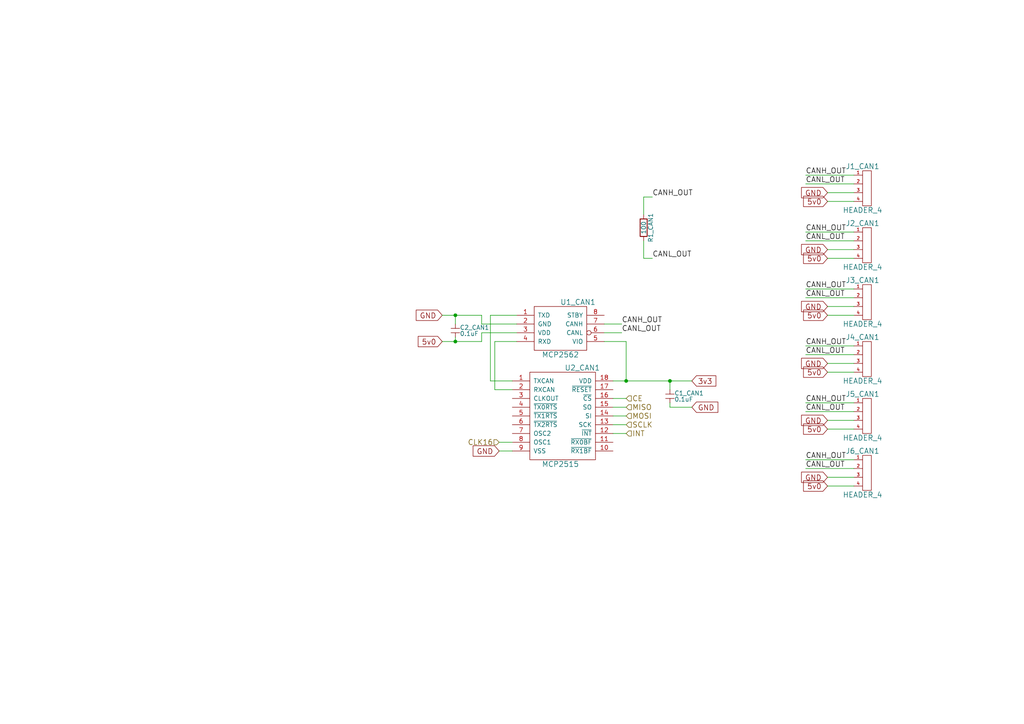
<source format=kicad_sch>
(kicad_sch (version 20230121) (generator eeschema)
  (paper "A4")
  (lib_symbols
    (symbol "PiMainboard-rescue:HEADER_4" (pin_names (offset 0))
      (property "Reference" "J" (at 0 6.35 0))
      (property "Value" "HEADER_4" (at 0 -6.35 0))
      (symbol "HEADER_4_0_1"
        (rectangle (start 2.54 5.08) (end 0 -5.08))
      )
      (symbol "HEADER_4_1_1"
        (pin passive line (at -2.54 3.81 0) (length 2.54) (name "~") (number "1"))
        (pin passive line (at -2.54 1.27 0) (length 2.54) (name "~") (number "2"))
        (pin passive line (at -2.54 -1.27 0) (length 2.54) (name "~") (number "3"))
        (pin passive line (at -2.54 -3.81 0) (length 2.54) (name "~") (number "4"))
      )
    )
    (symbol "PiMainboard-rescue:MCP2515" (pin_names (offset 1.016))
      (property "Reference" "U" (at 5.08 13.97 0))
      (property "Value" "MCP2515" (at -1.27 -13.97 0))
      (symbol "MCP2515_0_1"
        (rectangle (start 8.89 -12.7) (end -10.16 12.7))
      )
      (symbol "MCP2515_1_0"
        (pin input line (at 13.97 -10.16 180) (length 5.08) (name "~{RX1BF}") (number "10"))
        (pin input line (at 13.97 -7.62 180) (length 5.08) (name "~{RX0BF}") (number "11"))
        (pin input line (at 13.97 -5.08 180) (length 5.08) (name "~{INT}") (number "12"))
        (pin input line (at 13.97 -2.54 180) (length 5.08) (name "SCK") (number "13"))
        (pin input line (at 13.97 0 180) (length 5.08) (name "SI") (number "14"))
        (pin input line (at 13.97 2.54 180) (length 5.08) (name "SO") (number "15"))
        (pin input line (at 13.97 5.08 180) (length 5.08) (name "~{CS}") (number "16"))
        (pin input line (at 13.97 7.62 180) (length 5.08) (name "~{RESET}") (number "17"))
        (pin input line (at 13.97 10.16 180) (length 5.08) (name "VDD") (number "18"))
      )
      (symbol "MCP2515_1_1"
        (pin input line (at -15.24 10.16 0) (length 5.08) (name "TXCAN") (number "1"))
        (pin input line (at -15.24 7.62 0) (length 5.08) (name "RXCAN") (number "2"))
        (pin input line (at -15.24 5.08 0) (length 5.08) (name "CLKOUT") (number "3"))
        (pin input line (at -15.24 2.54 0) (length 5.08) (name "~{TX0RTS}") (number "4"))
        (pin input line (at -15.24 0 0) (length 5.08) (name "~{TX1RTS}") (number "5"))
        (pin input line (at -15.24 -2.54 0) (length 5.08) (name "~{TX2RTS}") (number "6"))
        (pin input line (at -15.24 -5.08 0) (length 5.08) (name "OSC2") (number "7"))
        (pin input line (at -15.24 -7.62 0) (length 5.08) (name "OSC1") (number "8"))
        (pin input line (at -15.24 -10.16 0) (length 5.08) (name "VSS") (number "9"))
      )
    )
    (symbol "PiMainboard-rescue:MCP2562" (pin_names (offset 1.016))
      (property "Reference" "U" (at 5.08 7.62 0))
      (property "Value" "MCP2562" (at 0 -7.62 0))
      (symbol "MCP2562_0_1"
        (rectangle (start -7.62 6.35) (end 7.62 -6.35))
      )
      (symbol "MCP2562_1_1"
        (pin output line (at -12.7 3.81 0) (length 5.08) (name "TXD") (number "1"))
        (pin power_in line (at -12.7 1.27 0) (length 5.08) (name "GND") (number "2"))
        (pin power_in line (at -12.7 -1.27 0) (length 5.08) (name "VDD") (number "3"))
        (pin input line (at -12.7 -3.81 0) (length 5.08) (name "RXD") (number "4"))
        (pin power_in line (at 12.7 -3.81 180) (length 5.08) (name "VIO") (number "5"))
        (pin bidirectional inverted (at 12.7 -1.27 180) (length 5.08) (name "CANL") (number "6"))
        (pin bidirectional line (at 12.7 1.27 180) (length 5.08) (name "CANH") (number "7"))
        (pin input line (at 12.7 3.81 180) (length 5.08) (name "STBY") (number "8"))
      )
    )
    (symbol "PiMainboard-rescue:R" (pin_numbers hide) (pin_names (offset 0))
      (property "Reference" "R" (at 2.032 0 90))
      (property "Value" "R" (at 0 0 90))
      (symbol "R_0_1"
        (rectangle (start -1.016 -2.54) (end 1.016 2.54) (stroke (width 0.254)))
      )
      (symbol "R_1_1"
        (pin passive line (at 0 3.81 270) (length 1.27) (name "~") (number "1"))
        (pin passive line (at 0 -3.81 90) (length 1.27) (name "~") (number "2"))
      )
    )
    (symbol "PiMainboard-rescue:cap_np" (pin_numbers hide) (pin_names (offset 0.254))
      (property "Reference" "C" (at 1.27 0.254 0))
      (property "Value" "cap_np" (at 1.27 -1.524 0))
      (symbol "cap_np_0_1"
        (polyline (pts (xy -1.27 0) (xy 1.27 0) (xy 1.27 0)))
        (polyline (pts (xy 1.27 -1.27) (xy -1.27 -1.27) (xy -1.27 -1.27)))
      )
      (symbol "cap_np_1_1"
        (pin passive line (at 0 1.27 270) (length 1.27) (name "~") (number "1"))
        (pin passive line (at 0 -2.54 90) (length 1.27) (name "~") (number "2"))
      )
    )
  )
  (junction (at 132.08 99.06))
  (junction (at 194.31 110.49))
  (junction (at 132.08 91.44))
  (junction (at 181.61 110.49))
  (wire (pts (xy 149.86 93.98) (xy 139.7 93.98)))
  (wire (pts (xy 247.65 86.36) (xy 233.68 86.36)))
  (wire (pts (xy 139.7 96.52) (xy 139.7 99.06)))
  (wire (pts (xy 181.61 120.65) (xy 177.8 120.65)))
  (wire (pts (xy 247.65 83.82) (xy 233.68 83.82)))
  (wire (pts (xy 181.61 115.57) (xy 177.8 115.57)))
  (wire (pts (xy 132.08 91.44) (xy 132.08 93.98)))
  (wire (pts (xy 144.78 128.27) (xy 148.59 128.27)))
  (wire (pts (xy 247.65 58.42) (xy 240.03 58.42)))
  (wire (pts (xy 181.61 110.49) (xy 194.31 110.49)))
  (wire (pts (xy 194.31 113.03) (xy 194.31 110.49)))
  (wire (pts (xy 194.31 118.11) (xy 200.66 118.11)))
  (wire (pts (xy 148.59 110.49) (xy 142.24 110.49)))
  (wire (pts (xy 149.86 96.52) (xy 139.7 96.52)))
  (wire (pts (xy 194.31 116.84) (xy 194.31 118.11)))
  (wire (pts (xy 247.65 138.43) (xy 240.03 138.43)))
  (wire (pts (xy 177.8 110.49) (xy 181.61 110.49)))
  (wire (pts (xy 139.7 91.44) (xy 132.08 91.44)))
  (wire (pts (xy 247.65 91.44) (xy 240.03 91.44)))
  (wire (pts (xy 247.65 67.31) (xy 233.68 67.31)))
  (wire (pts (xy 247.65 135.89) (xy 233.68 135.89)))
  (wire (pts (xy 177.8 125.73) (xy 181.61 125.73)))
  (wire (pts (xy 132.08 99.06) (xy 132.08 97.79)))
  (wire (pts (xy 143.51 99.06) (xy 143.51 113.03)))
  (wire (pts (xy 142.24 91.44) (xy 149.86 91.44)))
  (wire (pts (xy 181.61 99.06) (xy 181.61 110.49)))
  (wire (pts (xy 247.65 74.93) (xy 240.03 74.93)))
  (wire (pts (xy 247.65 119.38) (xy 233.68 119.38)))
  (wire (pts (xy 149.86 99.06) (xy 143.51 99.06)))
  (wire (pts (xy 247.65 100.33) (xy 233.68 100.33)))
  (wire (pts (xy 143.51 113.03) (xy 148.59 113.03)))
  (wire (pts (xy 247.65 55.88) (xy 240.03 55.88)))
  (wire (pts (xy 247.65 121.92) (xy 240.03 121.92)))
  (wire (pts (xy 186.69 69.85) (xy 186.69 74.93)))
  (wire (pts (xy 247.65 105.41) (xy 240.03 105.41)))
  (wire (pts (xy 132.08 91.44) (xy 128.27 91.44)))
  (wire (pts (xy 142.24 110.49) (xy 142.24 91.44)))
  (wire (pts (xy 186.69 74.93) (xy 189.23 74.93)))
  (wire (pts (xy 247.65 53.34) (xy 233.68 53.34)))
  (wire (pts (xy 186.69 62.23) (xy 186.69 57.15)))
  (wire (pts (xy 247.65 140.97) (xy 240.03 140.97)))
  (wire (pts (xy 181.61 118.11) (xy 177.8 118.11)))
  (wire (pts (xy 247.65 124.46) (xy 240.03 124.46)))
  (wire (pts (xy 139.7 93.98) (xy 139.7 91.44)))
  (wire (pts (xy 247.65 72.39) (xy 240.03 72.39)))
  (wire (pts (xy 148.59 130.81) (xy 144.78 130.81)))
  (wire (pts (xy 194.31 110.49) (xy 200.66 110.49)))
  (wire (pts (xy 139.7 99.06) (xy 132.08 99.06)))
  (wire (pts (xy 247.65 102.87) (xy 233.68 102.87)))
  (wire (pts (xy 132.08 99.06) (xy 128.27 99.06)))
  (wire (pts (xy 247.65 50.8) (xy 233.68 50.8)))
  (wire (pts (xy 247.65 107.95) (xy 240.03 107.95)))
  (wire (pts (xy 175.26 96.52) (xy 180.34 96.52)))
  (wire (pts (xy 186.69 57.15) (xy 189.23 57.15)))
  (wire (pts (xy 247.65 88.9) (xy 240.03 88.9)))
  (wire (pts (xy 247.65 133.35) (xy 233.68 133.35)))
  (wire (pts (xy 181.61 123.19) (xy 177.8 123.19)))
  (wire (pts (xy 175.26 93.98) (xy 180.34 93.98)))
  (wire (pts (xy 247.65 116.84) (xy 233.68 116.84)))
  (wire (pts (xy 247.65 69.85) (xy 233.68 69.85)))
  (wire (pts (xy 175.26 99.06) (xy 181.61 99.06)))
  (label "CANH_OUT" (at 233.68 50.8 0) (effects (font (size 1.524 1.524))))
  (label "CANH_OUT" (at 233.68 67.31 0) (effects (font (size 1.524 1.524))))
  (label "CANL_OUT" (at 233.68 53.34 0) (effects (font (size 1.524 1.524))))
  (label "CANH_OUT" (at 233.68 100.33 0) (effects (font (size 1.524 1.524))))
  (label "CANH_OUT" (at 233.68 116.84 0) (effects (font (size 1.524 1.524))))
  (label "CANH_OUT" (at 180.34 93.98 0) (effects (font (size 1.524 1.524))))
  (label "CANH_OUT" (at 233.68 83.82 0) (effects (font (size 1.524 1.524))))
  (label "CANL_OUT" (at 233.68 135.89 0) (effects (font (size 1.524 1.524))))
  (label "CANL_OUT" (at 189.23 74.93 0) (effects (font (size 1.524 1.524))))
  (label "CANL_OUT" (at 233.68 119.38 0) (effects (font (size 1.524 1.524))))
  (label "CANL_OUT" (at 180.34 96.52 0) (effects (font (size 1.524 1.524))))
  (label "CANL_OUT" (at 233.68 69.85 0) (effects (font (size 1.524 1.524))))
  (label "CANL_OUT" (at 233.68 86.36 0) (effects (font (size 1.524 1.524))))
  (label "CANH_OUT" (at 233.68 133.35 0) (effects (font (size 1.524 1.524))))
  (label "CANL_OUT" (at 233.68 102.87 0) (effects (font (size 1.524 1.524))))
  (label "CANH_OUT" (at 189.23 57.15 0) (effects (font (size 1.524 1.524))))
  (global_label "GND" (shape input) (at 200.66 118.11 0) (effects (font (size 1.524 1.524))) (property "Intersheetrefs" "${INTERSHEET_REFS}" (effects hide)))
  (global_label "5v0" (shape input) (at 240.03 58.42 180) (effects (font (size 1.524 1.524))) (property "Intersheetrefs" "${INTERSHEET_REFS}" (effects hide)))
  (global_label "5v0" (shape input) (at 240.03 91.44 180) (effects (font (size 1.524 1.524))) (property "Intersheetrefs" "${INTERSHEET_REFS}" (effects hide)))
  (global_label "GND" (shape input) (at 128.27 91.44 180) (effects (font (size 1.524 1.524))) (property "Intersheetrefs" "${INTERSHEET_REFS}" (effects hide)))
  (global_label "GND" (shape input) (at 240.03 55.88 180) (effects (font (size 1.524 1.524))) (property "Intersheetrefs" "${INTERSHEET_REFS}" (effects hide)))
  (global_label "5v0" (shape input) (at 128.27 99.06 180) (effects (font (size 1.524 1.524))) (property "Intersheetrefs" "${INTERSHEET_REFS}" (effects hide)))
  (global_label "5v0" (shape input) (at 240.03 74.93 180) (effects (font (size 1.524 1.524))) (property "Intersheetrefs" "${INTERSHEET_REFS}" (effects hide)))
  (global_label "GND" (shape input) (at 144.78 130.81 180) (effects (font (size 1.524 1.524))) (property "Intersheetrefs" "${INTERSHEET_REFS}" (effects hide)))
  (global_label "5v0" (shape input) (at 240.03 107.95 180) (effects (font (size 1.524 1.524))) (property "Intersheetrefs" "${INTERSHEET_REFS}" (effects hide)))
  (global_label "GND" (shape input) (at 240.03 88.9 180) (effects (font (size 1.524 1.524))) (property "Intersheetrefs" "${INTERSHEET_REFS}" (effects hide)))
  (global_label "GND" (shape input) (at 240.03 138.43 180) (effects (font (size 1.524 1.524))) (property "Intersheetrefs" "${INTERSHEET_REFS}" (effects hide)))
  (global_label "GND" (shape input) (at 240.03 72.39 180) (effects (font (size 1.524 1.524))) (property "Intersheetrefs" "${INTERSHEET_REFS}" (effects hide)))
  (global_label "GND" (shape input) (at 240.03 105.41 180) (effects (font (size 1.524 1.524))) (property "Intersheetrefs" "${INTERSHEET_REFS}" (effects hide)))
  (global_label "5v0" (shape input) (at 240.03 140.97 180) (effects (font (size 1.524 1.524))) (property "Intersheetrefs" "${INTERSHEET_REFS}" (effects hide)))
  (global_label "GND" (shape input) (at 240.03 121.92 180) (effects (font (size 1.524 1.524))) (property "Intersheetrefs" "${INTERSHEET_REFS}" (effects hide)))
  (global_label "3v3" (shape input) (at 200.66 110.49 0) (effects (font (size 1.524 1.524))) (property "Intersheetrefs" "${INTERSHEET_REFS}" (effects hide)))
  (global_label "5v0" (shape input) (at 240.03 124.46 180) (effects (font (size 1.524 1.524))) (property "Intersheetrefs" "${INTERSHEET_REFS}" (effects hide)))
  (hierarchical_label "SCLK" (shape input) (at 181.61 123.19 0) (effects (font (size 1.524 1.524))))
  (hierarchical_label "INT" (shape input) (at 181.61 125.73 0) (effects (font (size 1.524 1.524))))
  (hierarchical_label "MISO" (shape input) (at 181.61 118.11 0) (effects (font (size 1.524 1.524))))
  (hierarchical_label "CE" (shape input) (at 181.61 115.57 0) (effects (font (size 1.524 1.524))))
  (hierarchical_label "CLK16" (shape input) (at 144.78 128.27 180) (effects (font (size 1.524 1.524))))
  (hierarchical_label "MOSI" (shape input) (at 181.61 120.65 0) (effects (font (size 1.524 1.524))))
  (symbol (lib_id "PiMainboard-rescue:MCP2515") (at 163.83 120.65 0) (unit 1)
    (property "Reference" "U2_CAN1" (at 168.91 106.68 0) (effects (font (size 1.524 1.524))))
    (property "Value" "MCP2515" (at 162.56 134.62 0) (effects (font (size 1.524 1.524))))
  )
  (symbol (lib_id "PiMainboard-rescue:MCP2562") (at 162.56 95.25 0) (unit 1)
    (property "Reference" "U1_CAN1" (at 167.64 87.63 0) (effects (font (size 1.524 1.524))))
    (property "Value" "MCP2562" (at 162.56 102.87 0) (effects (font (size 1.524 1.524))))
  )
  (symbol (lib_id "PiMainboard-rescue:cap_np") (at 194.31 114.3 0) (unit 1)
    (property "Reference" "C1_CAN1" (at 195.58 114.046 0) (effects (justify left)))
    (property "Value" "0.1uF" (at 195.58 115.824 0) (effects (justify left)))
  )
  (symbol (lib_id "PiMainboard-rescue:cap_np") (at 132.08 95.25 0) (unit 1)
    (property "Reference" "C2_CAN1" (at 133.35 94.996 0) (effects (justify left)))
    (property "Value" "0.1uF" (at 133.35 96.774 0) (effects (justify left)))
  )
  (symbol (lib_id "PiMainboard-rescue:HEADER_4") (at 250.19 54.61 0) (unit 1)
    (property "Reference" "J1_CAN1" (at 250.19 48.26 0) (effects (font (size 1.524 1.524))))
    (property "Value" "HEADER_4" (at 250.19 60.96 0) (effects (font (size 1.524 1.524))))
  )
  (symbol (lib_id "PiMainboard-rescue:HEADER_4") (at 250.19 71.12 0) (unit 1)
    (property "Reference" "J2_CAN1" (at 250.19 64.77 0) (effects (font (size 1.524 1.524))))
    (property "Value" "HEADER_4" (at 250.19 77.47 0) (effects (font (size 1.524 1.524))))
  )
  (symbol (lib_id "PiMainboard-rescue:HEADER_4") (at 250.19 87.63 0) (unit 1)
    (property "Reference" "J3_CAN1" (at 250.19 81.28 0) (effects (font (size 1.524 1.524))))
    (property "Value" "HEADER_4" (at 250.19 93.98 0) (effects (font (size 1.524 1.524))))
  )
  (symbol (lib_id "PiMainboard-rescue:HEADER_4") (at 250.19 104.14 0) (unit 1)
    (property "Reference" "J4_CAN1" (at 250.19 97.79 0) (effects (font (size 1.524 1.524))))
    (property "Value" "HEADER_4" (at 250.19 110.49 0) (effects (font (size 1.524 1.524))))
  )
  (symbol (lib_id "PiMainboard-rescue:HEADER_4") (at 250.19 120.65 0) (unit 1)
    (property "Reference" "J5_CAN1" (at 250.19 114.3 0) (effects (font (size 1.524 1.524))))
    (property "Value" "HEADER_4" (at 250.19 127 0) (effects (font (size 1.524 1.524))))
  )
  (symbol (lib_id "PiMainboard-rescue:HEADER_4") (at 250.19 137.16 0) (unit 1)
    (property "Reference" "J6_CAN1" (at 250.19 130.81 0) (effects (font (size 1.524 1.524))))
    (property "Value" "HEADER_4" (at 250.19 143.51 0) (effects (font (size 1.524 1.524))))
  )
  (symbol (lib_id "PiMainboard-rescue:R") (at 186.69 66.04 0) (unit 1)
    (property "Reference" "R1_CAN1" (at 188.722 66.04 90))
    (property "Value" "100" (at 186.69 66.04 90))
  )
)
</source>
